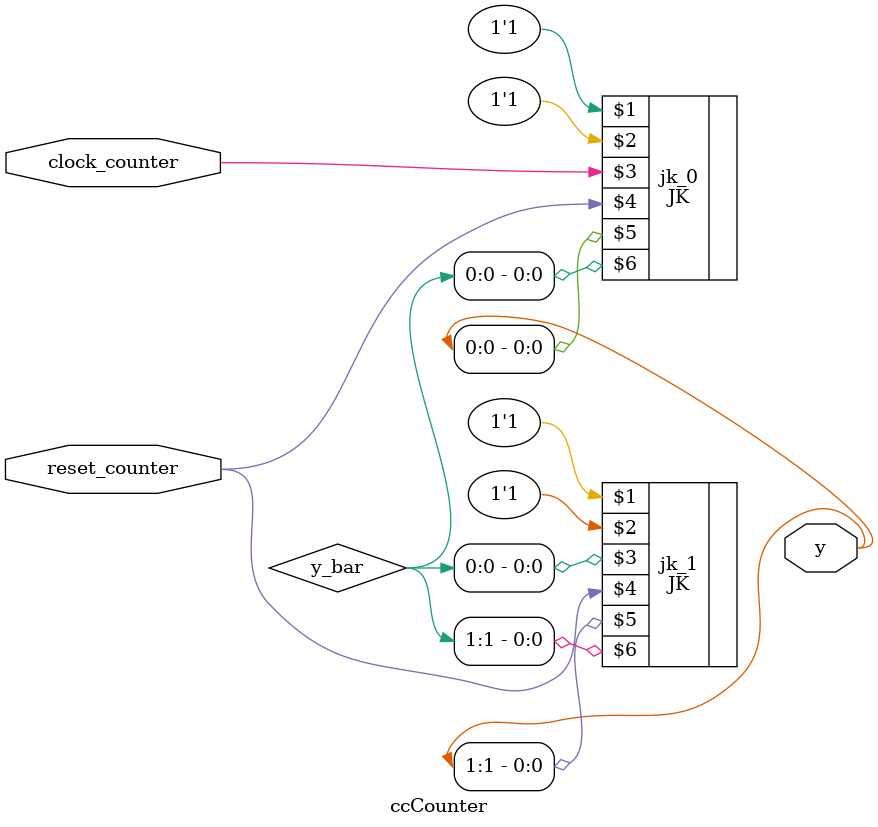
<source format=v>
module ccCounter(clock_counter,reset_counter,y);
	input clock_counter,reset_counter;
	output[1:0]  y;
	wire[1:0] y;
	wire[1:0] y_bar;

	JK jk_0(1'b1,1'b1,clock_counter,reset_counter,y[0],y_bar[0]); //module JK(j,k,clock,reset,y,y_bar); //LSB 
	JK jk_1(1'b1,1'b1,y_bar[0],reset_counter,y[1],y_bar[1]); //module JK(j,k,clock,reset,y,y_bar); //MSB
endmodule
//End of the functional/behavioral definition of the JK function

</source>
